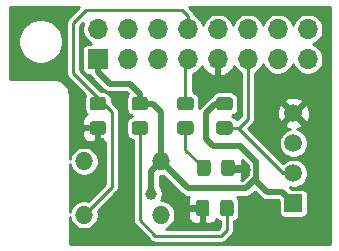
<source format=gbr>
%TF.GenerationSoftware,KiCad,Pcbnew,(5.1.6)-1*%
%TF.CreationDate,2021-03-15T13:43:59-03:00*%
%TF.ProjectId,rasp_hat,72617370-5f68-4617-942e-6b696361645f,Version 1*%
%TF.SameCoordinates,Original*%
%TF.FileFunction,Copper,L1,Top*%
%TF.FilePolarity,Positive*%
%FSLAX46Y46*%
G04 Gerber Fmt 4.6, Leading zero omitted, Abs format (unit mm)*
G04 Created by KiCad (PCBNEW (5.1.6)-1) date 2021-03-15 13:43:59*
%MOMM*%
%LPD*%
G01*
G04 APERTURE LIST*
%TA.AperFunction,ComponentPad*%
%ADD10O,1.700000X1.700000*%
%TD*%
%TA.AperFunction,ComponentPad*%
%ADD11R,1.700000X1.700000*%
%TD*%
%TA.AperFunction,ComponentPad*%
%ADD12O,1.524000X1.524000*%
%TD*%
%TA.AperFunction,ComponentPad*%
%ADD13R,1.500000X1.500000*%
%TD*%
%TA.AperFunction,ComponentPad*%
%ADD14C,1.500000*%
%TD*%
%TA.AperFunction,ViaPad*%
%ADD15C,1.000000*%
%TD*%
%TA.AperFunction,Conductor*%
%ADD16C,0.500000*%
%TD*%
%TA.AperFunction,Conductor*%
%ADD17C,0.250000*%
%TD*%
%TA.AperFunction,Conductor*%
%ADD18C,0.254000*%
%TD*%
G04 APERTURE END LIST*
D10*
%TO.P,J1,16*%
%TO.N,Net-(J1-Pad16)*%
X103632000Y-82550000D03*
%TO.P,J1,15*%
%TO.N,Net-(J1-Pad15)*%
X103632000Y-85090000D03*
%TO.P,J1,14*%
%TO.N,Net-(J1-Pad14)*%
X101092000Y-82550000D03*
%TO.P,J1,13*%
%TO.N,Net-(J1-Pad13)*%
X101092000Y-85090000D03*
%TO.P,J1,12*%
%TO.N,Net-(J1-Pad12)*%
X98552000Y-82550000D03*
%TO.P,J1,11*%
%TO.N,Net-(J1-Pad11)*%
X98552000Y-85090000D03*
%TO.P,J1,10*%
%TO.N,Net-(J1-Pad10)*%
X96012000Y-82550000D03*
%TO.P,J1,9*%
%TO.N,GND*%
X96012000Y-85090000D03*
%TO.P,J1,8*%
%TO.N,gpio14*%
X93472000Y-82550000D03*
%TO.P,J1,7*%
%TO.N,Net-(J1-Pad7)*%
X93472000Y-85090000D03*
%TO.P,J1,6*%
%TO.N,GND*%
X90932000Y-82550000D03*
%TO.P,J1,5*%
%TO.N,Net-(J1-Pad5)*%
X90932000Y-85090000D03*
%TO.P,J1,4*%
%TO.N,Net-(J1-Pad4)*%
X88392000Y-82550000D03*
%TO.P,J1,3*%
%TO.N,Net-(J1-Pad3)*%
X88392000Y-85090000D03*
%TO.P,J1,2*%
%TO.N,Net-(J1-Pad2)*%
X85852000Y-82550000D03*
D11*
%TO.P,J1,1*%
%TO.N,+3V3*%
X85852000Y-85090000D03*
%TD*%
%TO.P,D1,1*%
%TO.N,GND*%
%TA.AperFunction,SMDPad,CuDef*%
G36*
G01*
X97450600Y-93834799D02*
X97450600Y-94734801D01*
G75*
G02*
X97200601Y-94984800I-249999J0D01*
G01*
X96550599Y-94984800D01*
G75*
G02*
X96300600Y-94734801I0J249999D01*
G01*
X96300600Y-93834799D01*
G75*
G02*
X96550599Y-93584800I249999J0D01*
G01*
X97200601Y-93584800D01*
G75*
G02*
X97450600Y-93834799I0J-249999D01*
G01*
G37*
%TD.AperFunction*%
%TO.P,D1,2*%
%TO.N,Net-(D1-Pad2)*%
%TA.AperFunction,SMDPad,CuDef*%
G36*
G01*
X95400600Y-93834799D02*
X95400600Y-94734801D01*
G75*
G02*
X95150601Y-94984800I-249999J0D01*
G01*
X94500599Y-94984800D01*
G75*
G02*
X94250600Y-94734801I0J249999D01*
G01*
X94250600Y-93834799D01*
G75*
G02*
X94500599Y-93584800I249999J0D01*
G01*
X95150601Y-93584800D01*
G75*
G02*
X95400600Y-93834799I0J-249999D01*
G01*
G37*
%TD.AperFunction*%
%TD*%
%TO.P,D2,2*%
%TO.N,Net-(D2-Pad2)*%
%TA.AperFunction,SMDPad,CuDef*%
G36*
G01*
X96199000Y-98138401D02*
X96199000Y-97238399D01*
G75*
G02*
X96448999Y-96988400I249999J0D01*
G01*
X97099001Y-96988400D01*
G75*
G02*
X97349000Y-97238399I0J-249999D01*
G01*
X97349000Y-98138401D01*
G75*
G02*
X97099001Y-98388400I-249999J0D01*
G01*
X96448999Y-98388400D01*
G75*
G02*
X96199000Y-98138401I0J249999D01*
G01*
G37*
%TD.AperFunction*%
%TO.P,D2,1*%
%TO.N,GND*%
%TA.AperFunction,SMDPad,CuDef*%
G36*
G01*
X94149000Y-98138401D02*
X94149000Y-97238399D01*
G75*
G02*
X94398999Y-96988400I249999J0D01*
G01*
X95049001Y-96988400D01*
G75*
G02*
X95299000Y-97238399I0J-249999D01*
G01*
X95299000Y-98138401D01*
G75*
G02*
X95049001Y-98388400I-249999J0D01*
G01*
X94398999Y-98388400D01*
G75*
G02*
X94149000Y-98138401I0J249999D01*
G01*
G37*
%TD.AperFunction*%
%TD*%
%TO.P,R1,1*%
%TO.N,Net-(J1-Pad7)*%
%TA.AperFunction,SMDPad,CuDef*%
G36*
G01*
X92818799Y-88274200D02*
X93718801Y-88274200D01*
G75*
G02*
X93968800Y-88524199I0J-249999D01*
G01*
X93968800Y-89174201D01*
G75*
G02*
X93718801Y-89424200I-249999J0D01*
G01*
X92818799Y-89424200D01*
G75*
G02*
X92568800Y-89174201I0J249999D01*
G01*
X92568800Y-88524199D01*
G75*
G02*
X92818799Y-88274200I249999J0D01*
G01*
G37*
%TD.AperFunction*%
%TO.P,R1,2*%
%TO.N,Net-(D1-Pad2)*%
%TA.AperFunction,SMDPad,CuDef*%
G36*
G01*
X92818799Y-90324200D02*
X93718801Y-90324200D01*
G75*
G02*
X93968800Y-90574199I0J-249999D01*
G01*
X93968800Y-91224201D01*
G75*
G02*
X93718801Y-91474200I-249999J0D01*
G01*
X92818799Y-91474200D01*
G75*
G02*
X92568800Y-91224201I0J249999D01*
G01*
X92568800Y-90574199D01*
G75*
G02*
X92818799Y-90324200I249999J0D01*
G01*
G37*
%TD.AperFunction*%
%TD*%
%TO.P,R2,1*%
%TO.N,Net-(J1-Pad11)*%
%TA.AperFunction,SMDPad,CuDef*%
G36*
G01*
X97020801Y-91474200D02*
X96120799Y-91474200D01*
G75*
G02*
X95870800Y-91224201I0J249999D01*
G01*
X95870800Y-90574199D01*
G75*
G02*
X96120799Y-90324200I249999J0D01*
G01*
X97020801Y-90324200D01*
G75*
G02*
X97270800Y-90574199I0J-249999D01*
G01*
X97270800Y-91224201D01*
G75*
G02*
X97020801Y-91474200I-249999J0D01*
G01*
G37*
%TD.AperFunction*%
%TO.P,R2,2*%
%TO.N,+3V3*%
%TA.AperFunction,SMDPad,CuDef*%
G36*
G01*
X97020801Y-89424200D02*
X96120799Y-89424200D01*
G75*
G02*
X95870800Y-89174201I0J249999D01*
G01*
X95870800Y-88524199D01*
G75*
G02*
X96120799Y-88274200I249999J0D01*
G01*
X97020801Y-88274200D01*
G75*
G02*
X97270800Y-88524199I0J-249999D01*
G01*
X97270800Y-89174201D01*
G75*
G02*
X97020801Y-89424200I-249999J0D01*
G01*
G37*
%TD.AperFunction*%
%TD*%
%TO.P,R3,2*%
%TO.N,GND*%
%TA.AperFunction,SMDPad,CuDef*%
G36*
G01*
X85401999Y-90324200D02*
X86302001Y-90324200D01*
G75*
G02*
X86552000Y-90574199I0J-249999D01*
G01*
X86552000Y-91224201D01*
G75*
G02*
X86302001Y-91474200I-249999J0D01*
G01*
X85401999Y-91474200D01*
G75*
G02*
X85152000Y-91224201I0J249999D01*
G01*
X85152000Y-90574199D01*
G75*
G02*
X85401999Y-90324200I249999J0D01*
G01*
G37*
%TD.AperFunction*%
%TO.P,R3,1*%
%TO.N,gpio14*%
%TA.AperFunction,SMDPad,CuDef*%
G36*
G01*
X85401999Y-88274200D02*
X86302001Y-88274200D01*
G75*
G02*
X86552000Y-88524199I0J-249999D01*
G01*
X86552000Y-89174201D01*
G75*
G02*
X86302001Y-89424200I-249999J0D01*
G01*
X85401999Y-89424200D01*
G75*
G02*
X85152000Y-89174201I0J249999D01*
G01*
X85152000Y-88524199D01*
G75*
G02*
X85401999Y-88274200I249999J0D01*
G01*
G37*
%TD.AperFunction*%
%TD*%
%TO.P,R4,2*%
%TO.N,Net-(D2-Pad2)*%
%TA.AperFunction,SMDPad,CuDef*%
G36*
G01*
X88957999Y-90324200D02*
X89858001Y-90324200D01*
G75*
G02*
X90108000Y-90574199I0J-249999D01*
G01*
X90108000Y-91224201D01*
G75*
G02*
X89858001Y-91474200I-249999J0D01*
G01*
X88957999Y-91474200D01*
G75*
G02*
X88708000Y-91224201I0J249999D01*
G01*
X88708000Y-90574199D01*
G75*
G02*
X88957999Y-90324200I249999J0D01*
G01*
G37*
%TD.AperFunction*%
%TO.P,R4,1*%
%TO.N,+3V3*%
%TA.AperFunction,SMDPad,CuDef*%
G36*
G01*
X88957999Y-88274200D02*
X89858001Y-88274200D01*
G75*
G02*
X90108000Y-88524199I0J-249999D01*
G01*
X90108000Y-89174201D01*
G75*
G02*
X89858001Y-89424200I-249999J0D01*
G01*
X88957999Y-89424200D01*
G75*
G02*
X88708000Y-89174201I0J249999D01*
G01*
X88708000Y-88524199D01*
G75*
G02*
X88957999Y-88274200I249999J0D01*
G01*
G37*
%TD.AperFunction*%
%TD*%
D12*
%TO.P,SW1,1*%
%TO.N,+3V3*%
X84683600Y-93726000D03*
X91186000Y-93726000D03*
%TO.P,SW1,2*%
%TO.N,gpio14*%
X84683600Y-98247200D03*
X91186000Y-98247200D03*
%TD*%
D13*
%TO.P,U1,1*%
%TO.N,+3V3*%
X102412800Y-97282000D03*
D14*
%TO.P,U1,2*%
%TO.N,Net-(J1-Pad11)*%
X102412800Y-94742000D03*
%TO.P,U1,3*%
%TO.N,Net-(U1-Pad3)*%
X102412800Y-92202000D03*
%TO.P,U1,4*%
%TO.N,GND*%
X102412800Y-89662000D03*
%TD*%
D15*
%TO.N,GND*%
X86052010Y-92151200D03*
X92964000Y-97485200D03*
X98348800Y-94437200D03*
%TO.N,+3V3*%
X90383000Y-96469200D03*
%TD*%
D16*
%TO.N,GND*%
X85852000Y-90899200D02*
X85852000Y-91951190D01*
X85852000Y-91951190D02*
X86052010Y-92151200D01*
X94724000Y-97688400D02*
X93167200Y-97688400D01*
X93167200Y-97688400D02*
X92964000Y-97485200D01*
X97078800Y-94488000D02*
X96875600Y-94284800D01*
X98348800Y-94437200D02*
X98298000Y-94488000D01*
X98298000Y-94488000D02*
X97078800Y-94488000D01*
D17*
%TO.N,Net-(D1-Pad2)*%
X93268800Y-92728000D02*
X94825600Y-94284800D01*
X93268800Y-90899200D02*
X93268800Y-92728000D01*
%TO.N,Net-(D2-Pad2)*%
X96774000Y-99517200D02*
X96774000Y-97688400D01*
X96266000Y-100025200D02*
X96774000Y-99517200D01*
X96266000Y-100025200D02*
X90728800Y-100025200D01*
X89408000Y-98704400D02*
X89433400Y-98729800D01*
X90728800Y-100025200D02*
X89433400Y-98729800D01*
X89408000Y-90899200D02*
X89408000Y-98704400D01*
D16*
%TO.N,+3V3*%
X85852000Y-85090000D02*
X85852000Y-86156800D01*
X85852000Y-86156800D02*
X86868000Y-87172800D01*
X86868000Y-87172800D02*
X88595200Y-87172800D01*
X89408000Y-87985600D02*
X89408000Y-88849200D01*
X88595200Y-87172800D02*
X89408000Y-87985600D01*
X91186000Y-93726000D02*
X91186000Y-89509600D01*
X90525600Y-88849200D02*
X89408000Y-88849200D01*
X91186000Y-89509600D02*
X90525600Y-88849200D01*
X97993200Y-92506800D02*
X99263200Y-93776800D01*
X95808800Y-88849200D02*
X94996000Y-89662000D01*
X96570800Y-88849200D02*
X95808800Y-88849200D01*
X94996000Y-89662000D02*
X94996000Y-91846400D01*
X97942400Y-92456000D02*
X97993200Y-92506800D01*
X94996000Y-91846400D02*
X95605600Y-92456000D01*
X95605600Y-92456000D02*
X97942400Y-92456000D01*
X101447600Y-96316800D02*
X102412800Y-97282000D01*
X91186000Y-93726000D02*
X93472000Y-96012000D01*
X93472000Y-96012000D02*
X98402002Y-96012000D01*
X99164002Y-95250000D02*
X99263200Y-95250000D01*
X98402002Y-96012000D02*
X99164002Y-95250000D01*
X99263200Y-93726000D02*
X99263200Y-95250000D01*
X99263200Y-95402400D02*
X100177600Y-96316800D01*
X99263200Y-95250000D02*
X99263200Y-95402400D01*
X100177600Y-96316800D02*
X101447600Y-96316800D01*
X90383000Y-94529000D02*
X91186000Y-93726000D01*
X90383000Y-96469200D02*
X90383000Y-94529000D01*
D17*
%TO.N,Net-(J1-Pad7)*%
X93268800Y-85293200D02*
X93472000Y-85090000D01*
X93268800Y-88849200D02*
X93268800Y-85293200D01*
%TO.N,gpio14*%
X85852000Y-88849200D02*
X85852000Y-88341200D01*
X85852000Y-88341200D02*
X83769200Y-86258400D01*
X83769200Y-86258400D02*
X83769200Y-82042000D01*
X83769200Y-82042000D02*
X84886800Y-80924400D01*
X84886800Y-80924400D02*
X92964000Y-80924400D01*
X93472000Y-81432400D02*
X93472000Y-82550000D01*
X92964000Y-80924400D02*
X93472000Y-81432400D01*
X85852000Y-88849200D02*
X86360000Y-88849200D01*
X87027010Y-95903790D02*
X84683600Y-98247200D01*
X87027010Y-89516210D02*
X87027010Y-95903790D01*
X86360000Y-88849200D02*
X87027010Y-89516210D01*
%TO.N,Net-(J1-Pad11)*%
X96570800Y-90899200D02*
X97706400Y-90899200D01*
X101549200Y-94742000D02*
X102412800Y-94742000D01*
X97706400Y-90899200D02*
X101549200Y-94742000D01*
X97706400Y-90899200D02*
X97772000Y-90899200D01*
X98552000Y-90119200D02*
X98552000Y-85090000D01*
X97772000Y-90899200D02*
X98552000Y-90119200D01*
%TD*%
D18*
%TO.N,GND*%
G36*
X105512000Y-100686000D02*
G01*
X83464000Y-100686000D01*
X83464000Y-98466761D01*
X83492214Y-98608603D01*
X83585612Y-98834087D01*
X83721206Y-99037016D01*
X83893784Y-99209594D01*
X84096713Y-99345188D01*
X84322197Y-99438586D01*
X84561569Y-99486200D01*
X84805631Y-99486200D01*
X85045003Y-99438586D01*
X85270487Y-99345188D01*
X85473416Y-99209594D01*
X85645994Y-99037016D01*
X85781588Y-98834087D01*
X85874986Y-98608603D01*
X85922600Y-98369231D01*
X85922600Y-98125169D01*
X85878532Y-97903624D01*
X87431787Y-96350370D01*
X87454747Y-96331527D01*
X87473590Y-96308567D01*
X87473594Y-96308563D01*
X87529975Y-96239862D01*
X87529976Y-96239861D01*
X87585876Y-96135280D01*
X87620299Y-96021802D01*
X87629010Y-95933356D01*
X87629010Y-95933347D01*
X87631921Y-95903791D01*
X87629010Y-95874234D01*
X87629010Y-89545769D01*
X87631921Y-89516210D01*
X87629010Y-89486651D01*
X87629010Y-89486644D01*
X87620299Y-89398198D01*
X87610861Y-89367083D01*
X87585876Y-89284720D01*
X87529976Y-89180138D01*
X87473594Y-89111438D01*
X87454747Y-89088473D01*
X87431783Y-89069627D01*
X87031307Y-88669152D01*
X87031307Y-88524199D01*
X87017294Y-88381918D01*
X86975792Y-88245106D01*
X86908397Y-88119018D01*
X86817698Y-88008502D01*
X86707182Y-87917803D01*
X86581094Y-87850408D01*
X86444282Y-87808906D01*
X86302001Y-87794893D01*
X86157049Y-87794893D01*
X84371200Y-86009045D01*
X84371200Y-82291355D01*
X84629997Y-82032559D01*
X84575996Y-82162928D01*
X84525000Y-82419302D01*
X84525000Y-82680698D01*
X84575996Y-82937072D01*
X84676028Y-83178570D01*
X84821252Y-83395913D01*
X85006087Y-83580748D01*
X85223430Y-83725972D01*
X85307254Y-83760693D01*
X85002000Y-83760693D01*
X84908492Y-83769903D01*
X84818577Y-83797178D01*
X84735711Y-83841471D01*
X84663079Y-83901079D01*
X84603471Y-83973711D01*
X84559178Y-84056577D01*
X84531903Y-84146492D01*
X84522693Y-84240000D01*
X84522693Y-85940000D01*
X84531903Y-86033508D01*
X84559178Y-86123423D01*
X84603471Y-86206289D01*
X84663079Y-86278921D01*
X84735711Y-86338529D01*
X84818577Y-86382822D01*
X84908492Y-86410097D01*
X85002000Y-86419307D01*
X85171918Y-86419307D01*
X85177090Y-86436356D01*
X85207471Y-86493194D01*
X85244598Y-86562653D01*
X85335447Y-86673354D01*
X85363189Y-86696121D01*
X86328683Y-87661617D01*
X86351446Y-87689354D01*
X86462147Y-87780203D01*
X86524716Y-87813647D01*
X86588443Y-87847710D01*
X86725482Y-87889280D01*
X86868000Y-87903317D01*
X86903708Y-87899800D01*
X88294067Y-87899800D01*
X88424482Y-88030215D01*
X88351603Y-88119018D01*
X88284208Y-88245106D01*
X88242706Y-88381918D01*
X88228693Y-88524199D01*
X88228693Y-89174201D01*
X88242706Y-89316482D01*
X88284208Y-89453294D01*
X88351603Y-89579382D01*
X88442302Y-89689898D01*
X88552818Y-89780597D01*
X88678906Y-89847992D01*
X88765301Y-89874200D01*
X88678906Y-89900408D01*
X88552818Y-89967803D01*
X88442302Y-90058502D01*
X88351603Y-90169018D01*
X88284208Y-90295106D01*
X88242706Y-90431918D01*
X88228693Y-90574199D01*
X88228693Y-91224201D01*
X88242706Y-91366482D01*
X88284208Y-91503294D01*
X88351603Y-91629382D01*
X88442302Y-91739898D01*
X88552818Y-91830597D01*
X88678906Y-91897992D01*
X88806000Y-91936546D01*
X88806001Y-98674834D01*
X88803089Y-98704400D01*
X88814712Y-98822412D01*
X88849134Y-98935889D01*
X88849135Y-98935890D01*
X88905035Y-99040471D01*
X88980264Y-99132137D01*
X89003229Y-99150984D01*
X90282220Y-100429977D01*
X90301063Y-100452937D01*
X90324023Y-100471780D01*
X90324027Y-100471784D01*
X90360296Y-100501549D01*
X90392729Y-100528166D01*
X90497310Y-100584066D01*
X90610788Y-100618489D01*
X90699234Y-100627200D01*
X90699243Y-100627200D01*
X90728799Y-100630111D01*
X90758356Y-100627200D01*
X96236444Y-100627200D01*
X96266000Y-100630111D01*
X96295556Y-100627200D01*
X96295566Y-100627200D01*
X96384012Y-100618489D01*
X96497490Y-100584066D01*
X96602071Y-100528166D01*
X96693737Y-100452937D01*
X96712588Y-100429967D01*
X97178778Y-99963779D01*
X97201737Y-99944937D01*
X97220580Y-99921977D01*
X97220584Y-99921973D01*
X97276965Y-99853272D01*
X97276966Y-99853271D01*
X97332866Y-99748690D01*
X97367289Y-99635212D01*
X97376000Y-99546766D01*
X97376000Y-99546757D01*
X97378911Y-99517201D01*
X97376000Y-99487644D01*
X97376000Y-98812827D01*
X97378094Y-98812192D01*
X97504182Y-98744797D01*
X97614698Y-98654098D01*
X97705397Y-98543582D01*
X97772792Y-98417494D01*
X97814294Y-98280682D01*
X97828307Y-98138401D01*
X97828307Y-97238399D01*
X97814294Y-97096118D01*
X97772792Y-96959306D01*
X97705397Y-96833218D01*
X97628074Y-96739000D01*
X98366294Y-96739000D01*
X98402002Y-96742517D01*
X98544519Y-96728480D01*
X98563728Y-96722653D01*
X98681559Y-96686910D01*
X98807855Y-96619403D01*
X98918556Y-96528554D01*
X98941327Y-96500807D01*
X99137401Y-96304734D01*
X99638283Y-96805617D01*
X99661046Y-96833354D01*
X99771747Y-96924203D01*
X99898043Y-96991710D01*
X100035082Y-97033280D01*
X100177600Y-97047317D01*
X100213308Y-97043800D01*
X101146468Y-97043800D01*
X101183493Y-97080826D01*
X101183493Y-98032000D01*
X101192703Y-98125508D01*
X101219978Y-98215423D01*
X101264271Y-98298289D01*
X101323879Y-98370921D01*
X101396511Y-98430529D01*
X101479377Y-98474822D01*
X101569292Y-98502097D01*
X101662800Y-98511307D01*
X103162800Y-98511307D01*
X103256308Y-98502097D01*
X103346223Y-98474822D01*
X103429089Y-98430529D01*
X103501721Y-98370921D01*
X103561329Y-98298289D01*
X103605622Y-98215423D01*
X103632897Y-98125508D01*
X103642107Y-98032000D01*
X103642107Y-96532000D01*
X103632897Y-96438492D01*
X103605622Y-96348577D01*
X103561329Y-96265711D01*
X103501721Y-96193079D01*
X103429089Y-96133471D01*
X103346223Y-96089178D01*
X103256308Y-96061903D01*
X103162800Y-96052693D01*
X102211626Y-96052693D01*
X102087206Y-95928274D01*
X102291951Y-95969000D01*
X102533649Y-95969000D01*
X102770703Y-95921847D01*
X102994002Y-95829353D01*
X103194967Y-95695073D01*
X103365873Y-95524167D01*
X103500153Y-95323202D01*
X103592647Y-95099903D01*
X103639800Y-94862849D01*
X103639800Y-94621151D01*
X103592647Y-94384097D01*
X103500153Y-94160798D01*
X103365873Y-93959833D01*
X103194967Y-93788927D01*
X102994002Y-93654647D01*
X102770703Y-93562153D01*
X102533649Y-93515000D01*
X102291951Y-93515000D01*
X102054897Y-93562153D01*
X101831598Y-93654647D01*
X101630633Y-93788927D01*
X101539058Y-93880502D01*
X99739707Y-92081151D01*
X101185800Y-92081151D01*
X101185800Y-92322849D01*
X101232953Y-92559903D01*
X101325447Y-92783202D01*
X101459727Y-92984167D01*
X101630633Y-93155073D01*
X101831598Y-93289353D01*
X102054897Y-93381847D01*
X102291951Y-93429000D01*
X102533649Y-93429000D01*
X102770703Y-93381847D01*
X102994002Y-93289353D01*
X103194967Y-93155073D01*
X103365873Y-92984167D01*
X103500153Y-92783202D01*
X103592647Y-92559903D01*
X103639800Y-92322849D01*
X103639800Y-92081151D01*
X103592647Y-91844097D01*
X103500153Y-91620798D01*
X103365873Y-91419833D01*
X103194967Y-91248927D01*
X102994002Y-91114647D01*
X102770703Y-91022153D01*
X102731997Y-91014454D01*
X102755038Y-91010965D01*
X103011632Y-90918277D01*
X103124663Y-90857860D01*
X103190188Y-90618993D01*
X102412800Y-89841605D01*
X101635412Y-90618993D01*
X101700937Y-90857860D01*
X101947916Y-90973760D01*
X102104067Y-91012373D01*
X102054897Y-91022153D01*
X101831598Y-91114647D01*
X101630633Y-91248927D01*
X101459727Y-91419833D01*
X101325447Y-91620798D01*
X101232953Y-91844097D01*
X101185800Y-92081151D01*
X99739707Y-92081151D01*
X98590555Y-90932000D01*
X98956773Y-90565783D01*
X98979737Y-90546937D01*
X99022830Y-90494429D01*
X99054966Y-90455272D01*
X99110866Y-90350690D01*
X99145289Y-90237213D01*
X99148982Y-90199718D01*
X99154000Y-90148766D01*
X99154000Y-90148759D01*
X99156911Y-90119200D01*
X99154000Y-90089641D01*
X99154000Y-89734492D01*
X101022988Y-89734492D01*
X101063835Y-90004238D01*
X101156523Y-90260832D01*
X101216940Y-90373863D01*
X101455807Y-90439388D01*
X102233195Y-89662000D01*
X102592405Y-89662000D01*
X103369793Y-90439388D01*
X103608660Y-90373863D01*
X103724560Y-90126884D01*
X103790050Y-89862040D01*
X103802612Y-89589508D01*
X103761765Y-89319762D01*
X103669077Y-89063168D01*
X103608660Y-88950137D01*
X103369793Y-88884612D01*
X102592405Y-89662000D01*
X102233195Y-89662000D01*
X101455807Y-88884612D01*
X101216940Y-88950137D01*
X101101040Y-89197116D01*
X101035550Y-89461960D01*
X101022988Y-89734492D01*
X99154000Y-89734492D01*
X99154000Y-88705007D01*
X101635412Y-88705007D01*
X102412800Y-89482395D01*
X103190188Y-88705007D01*
X103124663Y-88466140D01*
X102877684Y-88350240D01*
X102612840Y-88284750D01*
X102340308Y-88272188D01*
X102070562Y-88313035D01*
X101813968Y-88405723D01*
X101700937Y-88466140D01*
X101635412Y-88705007D01*
X99154000Y-88705007D01*
X99154000Y-86276978D01*
X99180570Y-86265972D01*
X99397913Y-86120748D01*
X99582748Y-85935913D01*
X99727972Y-85718570D01*
X99822000Y-85491567D01*
X99916028Y-85718570D01*
X100061252Y-85935913D01*
X100246087Y-86120748D01*
X100463430Y-86265972D01*
X100704928Y-86366004D01*
X100961302Y-86417000D01*
X101222698Y-86417000D01*
X101479072Y-86366004D01*
X101720570Y-86265972D01*
X101937913Y-86120748D01*
X102122748Y-85935913D01*
X102267972Y-85718570D01*
X102362000Y-85491567D01*
X102456028Y-85718570D01*
X102601252Y-85935913D01*
X102786087Y-86120748D01*
X103003430Y-86265972D01*
X103244928Y-86366004D01*
X103501302Y-86417000D01*
X103762698Y-86417000D01*
X104019072Y-86366004D01*
X104260570Y-86265972D01*
X104477913Y-86120748D01*
X104662748Y-85935913D01*
X104807972Y-85718570D01*
X104908004Y-85477072D01*
X104959000Y-85220698D01*
X104959000Y-84959302D01*
X104908004Y-84702928D01*
X104807972Y-84461430D01*
X104662748Y-84244087D01*
X104477913Y-84059252D01*
X104260570Y-83914028D01*
X104033567Y-83820000D01*
X104260570Y-83725972D01*
X104477913Y-83580748D01*
X104662748Y-83395913D01*
X104807972Y-83178570D01*
X104908004Y-82937072D01*
X104959000Y-82680698D01*
X104959000Y-82419302D01*
X104908004Y-82162928D01*
X104807972Y-81921430D01*
X104662748Y-81704087D01*
X104477913Y-81519252D01*
X104260570Y-81374028D01*
X104019072Y-81273996D01*
X103762698Y-81223000D01*
X103501302Y-81223000D01*
X103244928Y-81273996D01*
X103003430Y-81374028D01*
X102786087Y-81519252D01*
X102601252Y-81704087D01*
X102456028Y-81921430D01*
X102362000Y-82148433D01*
X102267972Y-81921430D01*
X102122748Y-81704087D01*
X101937913Y-81519252D01*
X101720570Y-81374028D01*
X101479072Y-81273996D01*
X101222698Y-81223000D01*
X100961302Y-81223000D01*
X100704928Y-81273996D01*
X100463430Y-81374028D01*
X100246087Y-81519252D01*
X100061252Y-81704087D01*
X99916028Y-81921430D01*
X99822000Y-82148433D01*
X99727972Y-81921430D01*
X99582748Y-81704087D01*
X99397913Y-81519252D01*
X99180570Y-81374028D01*
X98939072Y-81273996D01*
X98682698Y-81223000D01*
X98421302Y-81223000D01*
X98164928Y-81273996D01*
X97923430Y-81374028D01*
X97706087Y-81519252D01*
X97521252Y-81704087D01*
X97376028Y-81921430D01*
X97282000Y-82148433D01*
X97187972Y-81921430D01*
X97042748Y-81704087D01*
X96857913Y-81519252D01*
X96640570Y-81374028D01*
X96399072Y-81273996D01*
X96142698Y-81223000D01*
X95881302Y-81223000D01*
X95624928Y-81273996D01*
X95383430Y-81374028D01*
X95166087Y-81519252D01*
X94981252Y-81704087D01*
X94836028Y-81921430D01*
X94742000Y-82148433D01*
X94647972Y-81921430D01*
X94502748Y-81704087D01*
X94317913Y-81519252D01*
X94100570Y-81374028D01*
X94069912Y-81361329D01*
X94065289Y-81314388D01*
X94030866Y-81200910D01*
X93974966Y-81096329D01*
X93959189Y-81077105D01*
X93918584Y-81027627D01*
X93918580Y-81027623D01*
X93899737Y-81004663D01*
X93876778Y-80985821D01*
X93560956Y-80670000D01*
X105512001Y-80670000D01*
X105512000Y-100686000D01*
G37*
X105512000Y-100686000D02*
X83464000Y-100686000D01*
X83464000Y-98466761D01*
X83492214Y-98608603D01*
X83585612Y-98834087D01*
X83721206Y-99037016D01*
X83893784Y-99209594D01*
X84096713Y-99345188D01*
X84322197Y-99438586D01*
X84561569Y-99486200D01*
X84805631Y-99486200D01*
X85045003Y-99438586D01*
X85270487Y-99345188D01*
X85473416Y-99209594D01*
X85645994Y-99037016D01*
X85781588Y-98834087D01*
X85874986Y-98608603D01*
X85922600Y-98369231D01*
X85922600Y-98125169D01*
X85878532Y-97903624D01*
X87431787Y-96350370D01*
X87454747Y-96331527D01*
X87473590Y-96308567D01*
X87473594Y-96308563D01*
X87529975Y-96239862D01*
X87529976Y-96239861D01*
X87585876Y-96135280D01*
X87620299Y-96021802D01*
X87629010Y-95933356D01*
X87629010Y-95933347D01*
X87631921Y-95903791D01*
X87629010Y-95874234D01*
X87629010Y-89545769D01*
X87631921Y-89516210D01*
X87629010Y-89486651D01*
X87629010Y-89486644D01*
X87620299Y-89398198D01*
X87610861Y-89367083D01*
X87585876Y-89284720D01*
X87529976Y-89180138D01*
X87473594Y-89111438D01*
X87454747Y-89088473D01*
X87431783Y-89069627D01*
X87031307Y-88669152D01*
X87031307Y-88524199D01*
X87017294Y-88381918D01*
X86975792Y-88245106D01*
X86908397Y-88119018D01*
X86817698Y-88008502D01*
X86707182Y-87917803D01*
X86581094Y-87850408D01*
X86444282Y-87808906D01*
X86302001Y-87794893D01*
X86157049Y-87794893D01*
X84371200Y-86009045D01*
X84371200Y-82291355D01*
X84629997Y-82032559D01*
X84575996Y-82162928D01*
X84525000Y-82419302D01*
X84525000Y-82680698D01*
X84575996Y-82937072D01*
X84676028Y-83178570D01*
X84821252Y-83395913D01*
X85006087Y-83580748D01*
X85223430Y-83725972D01*
X85307254Y-83760693D01*
X85002000Y-83760693D01*
X84908492Y-83769903D01*
X84818577Y-83797178D01*
X84735711Y-83841471D01*
X84663079Y-83901079D01*
X84603471Y-83973711D01*
X84559178Y-84056577D01*
X84531903Y-84146492D01*
X84522693Y-84240000D01*
X84522693Y-85940000D01*
X84531903Y-86033508D01*
X84559178Y-86123423D01*
X84603471Y-86206289D01*
X84663079Y-86278921D01*
X84735711Y-86338529D01*
X84818577Y-86382822D01*
X84908492Y-86410097D01*
X85002000Y-86419307D01*
X85171918Y-86419307D01*
X85177090Y-86436356D01*
X85207471Y-86493194D01*
X85244598Y-86562653D01*
X85335447Y-86673354D01*
X85363189Y-86696121D01*
X86328683Y-87661617D01*
X86351446Y-87689354D01*
X86462147Y-87780203D01*
X86524716Y-87813647D01*
X86588443Y-87847710D01*
X86725482Y-87889280D01*
X86868000Y-87903317D01*
X86903708Y-87899800D01*
X88294067Y-87899800D01*
X88424482Y-88030215D01*
X88351603Y-88119018D01*
X88284208Y-88245106D01*
X88242706Y-88381918D01*
X88228693Y-88524199D01*
X88228693Y-89174201D01*
X88242706Y-89316482D01*
X88284208Y-89453294D01*
X88351603Y-89579382D01*
X88442302Y-89689898D01*
X88552818Y-89780597D01*
X88678906Y-89847992D01*
X88765301Y-89874200D01*
X88678906Y-89900408D01*
X88552818Y-89967803D01*
X88442302Y-90058502D01*
X88351603Y-90169018D01*
X88284208Y-90295106D01*
X88242706Y-90431918D01*
X88228693Y-90574199D01*
X88228693Y-91224201D01*
X88242706Y-91366482D01*
X88284208Y-91503294D01*
X88351603Y-91629382D01*
X88442302Y-91739898D01*
X88552818Y-91830597D01*
X88678906Y-91897992D01*
X88806000Y-91936546D01*
X88806001Y-98674834D01*
X88803089Y-98704400D01*
X88814712Y-98822412D01*
X88849134Y-98935889D01*
X88849135Y-98935890D01*
X88905035Y-99040471D01*
X88980264Y-99132137D01*
X89003229Y-99150984D01*
X90282220Y-100429977D01*
X90301063Y-100452937D01*
X90324023Y-100471780D01*
X90324027Y-100471784D01*
X90360296Y-100501549D01*
X90392729Y-100528166D01*
X90497310Y-100584066D01*
X90610788Y-100618489D01*
X90699234Y-100627200D01*
X90699243Y-100627200D01*
X90728799Y-100630111D01*
X90758356Y-100627200D01*
X96236444Y-100627200D01*
X96266000Y-100630111D01*
X96295556Y-100627200D01*
X96295566Y-100627200D01*
X96384012Y-100618489D01*
X96497490Y-100584066D01*
X96602071Y-100528166D01*
X96693737Y-100452937D01*
X96712588Y-100429967D01*
X97178778Y-99963779D01*
X97201737Y-99944937D01*
X97220580Y-99921977D01*
X97220584Y-99921973D01*
X97276965Y-99853272D01*
X97276966Y-99853271D01*
X97332866Y-99748690D01*
X97367289Y-99635212D01*
X97376000Y-99546766D01*
X97376000Y-99546757D01*
X97378911Y-99517201D01*
X97376000Y-99487644D01*
X97376000Y-98812827D01*
X97378094Y-98812192D01*
X97504182Y-98744797D01*
X97614698Y-98654098D01*
X97705397Y-98543582D01*
X97772792Y-98417494D01*
X97814294Y-98280682D01*
X97828307Y-98138401D01*
X97828307Y-97238399D01*
X97814294Y-97096118D01*
X97772792Y-96959306D01*
X97705397Y-96833218D01*
X97628074Y-96739000D01*
X98366294Y-96739000D01*
X98402002Y-96742517D01*
X98544519Y-96728480D01*
X98563728Y-96722653D01*
X98681559Y-96686910D01*
X98807855Y-96619403D01*
X98918556Y-96528554D01*
X98941327Y-96500807D01*
X99137401Y-96304734D01*
X99638283Y-96805617D01*
X99661046Y-96833354D01*
X99771747Y-96924203D01*
X99898043Y-96991710D01*
X100035082Y-97033280D01*
X100177600Y-97047317D01*
X100213308Y-97043800D01*
X101146468Y-97043800D01*
X101183493Y-97080826D01*
X101183493Y-98032000D01*
X101192703Y-98125508D01*
X101219978Y-98215423D01*
X101264271Y-98298289D01*
X101323879Y-98370921D01*
X101396511Y-98430529D01*
X101479377Y-98474822D01*
X101569292Y-98502097D01*
X101662800Y-98511307D01*
X103162800Y-98511307D01*
X103256308Y-98502097D01*
X103346223Y-98474822D01*
X103429089Y-98430529D01*
X103501721Y-98370921D01*
X103561329Y-98298289D01*
X103605622Y-98215423D01*
X103632897Y-98125508D01*
X103642107Y-98032000D01*
X103642107Y-96532000D01*
X103632897Y-96438492D01*
X103605622Y-96348577D01*
X103561329Y-96265711D01*
X103501721Y-96193079D01*
X103429089Y-96133471D01*
X103346223Y-96089178D01*
X103256308Y-96061903D01*
X103162800Y-96052693D01*
X102211626Y-96052693D01*
X102087206Y-95928274D01*
X102291951Y-95969000D01*
X102533649Y-95969000D01*
X102770703Y-95921847D01*
X102994002Y-95829353D01*
X103194967Y-95695073D01*
X103365873Y-95524167D01*
X103500153Y-95323202D01*
X103592647Y-95099903D01*
X103639800Y-94862849D01*
X103639800Y-94621151D01*
X103592647Y-94384097D01*
X103500153Y-94160798D01*
X103365873Y-93959833D01*
X103194967Y-93788927D01*
X102994002Y-93654647D01*
X102770703Y-93562153D01*
X102533649Y-93515000D01*
X102291951Y-93515000D01*
X102054897Y-93562153D01*
X101831598Y-93654647D01*
X101630633Y-93788927D01*
X101539058Y-93880502D01*
X99739707Y-92081151D01*
X101185800Y-92081151D01*
X101185800Y-92322849D01*
X101232953Y-92559903D01*
X101325447Y-92783202D01*
X101459727Y-92984167D01*
X101630633Y-93155073D01*
X101831598Y-93289353D01*
X102054897Y-93381847D01*
X102291951Y-93429000D01*
X102533649Y-93429000D01*
X102770703Y-93381847D01*
X102994002Y-93289353D01*
X103194967Y-93155073D01*
X103365873Y-92984167D01*
X103500153Y-92783202D01*
X103592647Y-92559903D01*
X103639800Y-92322849D01*
X103639800Y-92081151D01*
X103592647Y-91844097D01*
X103500153Y-91620798D01*
X103365873Y-91419833D01*
X103194967Y-91248927D01*
X102994002Y-91114647D01*
X102770703Y-91022153D01*
X102731997Y-91014454D01*
X102755038Y-91010965D01*
X103011632Y-90918277D01*
X103124663Y-90857860D01*
X103190188Y-90618993D01*
X102412800Y-89841605D01*
X101635412Y-90618993D01*
X101700937Y-90857860D01*
X101947916Y-90973760D01*
X102104067Y-91012373D01*
X102054897Y-91022153D01*
X101831598Y-91114647D01*
X101630633Y-91248927D01*
X101459727Y-91419833D01*
X101325447Y-91620798D01*
X101232953Y-91844097D01*
X101185800Y-92081151D01*
X99739707Y-92081151D01*
X98590555Y-90932000D01*
X98956773Y-90565783D01*
X98979737Y-90546937D01*
X99022830Y-90494429D01*
X99054966Y-90455272D01*
X99110866Y-90350690D01*
X99145289Y-90237213D01*
X99148982Y-90199718D01*
X99154000Y-90148766D01*
X99154000Y-90148759D01*
X99156911Y-90119200D01*
X99154000Y-90089641D01*
X99154000Y-89734492D01*
X101022988Y-89734492D01*
X101063835Y-90004238D01*
X101156523Y-90260832D01*
X101216940Y-90373863D01*
X101455807Y-90439388D01*
X102233195Y-89662000D01*
X102592405Y-89662000D01*
X103369793Y-90439388D01*
X103608660Y-90373863D01*
X103724560Y-90126884D01*
X103790050Y-89862040D01*
X103802612Y-89589508D01*
X103761765Y-89319762D01*
X103669077Y-89063168D01*
X103608660Y-88950137D01*
X103369793Y-88884612D01*
X102592405Y-89662000D01*
X102233195Y-89662000D01*
X101455807Y-88884612D01*
X101216940Y-88950137D01*
X101101040Y-89197116D01*
X101035550Y-89461960D01*
X101022988Y-89734492D01*
X99154000Y-89734492D01*
X99154000Y-88705007D01*
X101635412Y-88705007D01*
X102412800Y-89482395D01*
X103190188Y-88705007D01*
X103124663Y-88466140D01*
X102877684Y-88350240D01*
X102612840Y-88284750D01*
X102340308Y-88272188D01*
X102070562Y-88313035D01*
X101813968Y-88405723D01*
X101700937Y-88466140D01*
X101635412Y-88705007D01*
X99154000Y-88705007D01*
X99154000Y-86276978D01*
X99180570Y-86265972D01*
X99397913Y-86120748D01*
X99582748Y-85935913D01*
X99727972Y-85718570D01*
X99822000Y-85491567D01*
X99916028Y-85718570D01*
X100061252Y-85935913D01*
X100246087Y-86120748D01*
X100463430Y-86265972D01*
X100704928Y-86366004D01*
X100961302Y-86417000D01*
X101222698Y-86417000D01*
X101479072Y-86366004D01*
X101720570Y-86265972D01*
X101937913Y-86120748D01*
X102122748Y-85935913D01*
X102267972Y-85718570D01*
X102362000Y-85491567D01*
X102456028Y-85718570D01*
X102601252Y-85935913D01*
X102786087Y-86120748D01*
X103003430Y-86265972D01*
X103244928Y-86366004D01*
X103501302Y-86417000D01*
X103762698Y-86417000D01*
X104019072Y-86366004D01*
X104260570Y-86265972D01*
X104477913Y-86120748D01*
X104662748Y-85935913D01*
X104807972Y-85718570D01*
X104908004Y-85477072D01*
X104959000Y-85220698D01*
X104959000Y-84959302D01*
X104908004Y-84702928D01*
X104807972Y-84461430D01*
X104662748Y-84244087D01*
X104477913Y-84059252D01*
X104260570Y-83914028D01*
X104033567Y-83820000D01*
X104260570Y-83725972D01*
X104477913Y-83580748D01*
X104662748Y-83395913D01*
X104807972Y-83178570D01*
X104908004Y-82937072D01*
X104959000Y-82680698D01*
X104959000Y-82419302D01*
X104908004Y-82162928D01*
X104807972Y-81921430D01*
X104662748Y-81704087D01*
X104477913Y-81519252D01*
X104260570Y-81374028D01*
X104019072Y-81273996D01*
X103762698Y-81223000D01*
X103501302Y-81223000D01*
X103244928Y-81273996D01*
X103003430Y-81374028D01*
X102786087Y-81519252D01*
X102601252Y-81704087D01*
X102456028Y-81921430D01*
X102362000Y-82148433D01*
X102267972Y-81921430D01*
X102122748Y-81704087D01*
X101937913Y-81519252D01*
X101720570Y-81374028D01*
X101479072Y-81273996D01*
X101222698Y-81223000D01*
X100961302Y-81223000D01*
X100704928Y-81273996D01*
X100463430Y-81374028D01*
X100246087Y-81519252D01*
X100061252Y-81704087D01*
X99916028Y-81921430D01*
X99822000Y-82148433D01*
X99727972Y-81921430D01*
X99582748Y-81704087D01*
X99397913Y-81519252D01*
X99180570Y-81374028D01*
X98939072Y-81273996D01*
X98682698Y-81223000D01*
X98421302Y-81223000D01*
X98164928Y-81273996D01*
X97923430Y-81374028D01*
X97706087Y-81519252D01*
X97521252Y-81704087D01*
X97376028Y-81921430D01*
X97282000Y-82148433D01*
X97187972Y-81921430D01*
X97042748Y-81704087D01*
X96857913Y-81519252D01*
X96640570Y-81374028D01*
X96399072Y-81273996D01*
X96142698Y-81223000D01*
X95881302Y-81223000D01*
X95624928Y-81273996D01*
X95383430Y-81374028D01*
X95166087Y-81519252D01*
X94981252Y-81704087D01*
X94836028Y-81921430D01*
X94742000Y-82148433D01*
X94647972Y-81921430D01*
X94502748Y-81704087D01*
X94317913Y-81519252D01*
X94100570Y-81374028D01*
X94069912Y-81361329D01*
X94065289Y-81314388D01*
X94030866Y-81200910D01*
X93974966Y-81096329D01*
X93959189Y-81077105D01*
X93918584Y-81027627D01*
X93918580Y-81027623D01*
X93899737Y-81004663D01*
X93876778Y-80985821D01*
X93560956Y-80670000D01*
X105512001Y-80670000D01*
X105512000Y-100686000D01*
G36*
X92932679Y-96500812D02*
G01*
X92955446Y-96528554D01*
X93066147Y-96619403D01*
X93192443Y-96686910D01*
X93297587Y-96718805D01*
X93329482Y-96728480D01*
X93471999Y-96742517D01*
X93507707Y-96739000D01*
X93562288Y-96739000D01*
X93559498Y-96744220D01*
X93523188Y-96863918D01*
X93510928Y-96988400D01*
X93514000Y-97402650D01*
X93672750Y-97561400D01*
X94597000Y-97561400D01*
X94597000Y-97541400D01*
X94851000Y-97541400D01*
X94851000Y-97561400D01*
X94871000Y-97561400D01*
X94871000Y-97815400D01*
X94851000Y-97815400D01*
X94851000Y-98864650D01*
X95009750Y-99023400D01*
X95299000Y-99026472D01*
X95423482Y-99014212D01*
X95543180Y-98977902D01*
X95653494Y-98918937D01*
X95750185Y-98839585D01*
X95829537Y-98742894D01*
X95888502Y-98632580D01*
X95895826Y-98608434D01*
X95933302Y-98654098D01*
X96043818Y-98744797D01*
X96169906Y-98812192D01*
X96172000Y-98812827D01*
X96172000Y-99267844D01*
X96016644Y-99423200D01*
X91584548Y-99423200D01*
X91772887Y-99345188D01*
X91975816Y-99209594D01*
X92148394Y-99037016D01*
X92283988Y-98834087D01*
X92377386Y-98608603D01*
X92421187Y-98388400D01*
X93510928Y-98388400D01*
X93523188Y-98512882D01*
X93559498Y-98632580D01*
X93618463Y-98742894D01*
X93697815Y-98839585D01*
X93794506Y-98918937D01*
X93904820Y-98977902D01*
X94024518Y-99014212D01*
X94149000Y-99026472D01*
X94438250Y-99023400D01*
X94597000Y-98864650D01*
X94597000Y-97815400D01*
X93672750Y-97815400D01*
X93514000Y-97974150D01*
X93510928Y-98388400D01*
X92421187Y-98388400D01*
X92425000Y-98369231D01*
X92425000Y-98125169D01*
X92377386Y-97885797D01*
X92283988Y-97660313D01*
X92148394Y-97457384D01*
X91975816Y-97284806D01*
X91772887Y-97149212D01*
X91547403Y-97055814D01*
X91308031Y-97008200D01*
X91197879Y-97008200D01*
X91248806Y-96931983D01*
X91322454Y-96754180D01*
X91360000Y-96565426D01*
X91360000Y-96372974D01*
X91322454Y-96184220D01*
X91248806Y-96006417D01*
X91141885Y-95846399D01*
X91110000Y-95814514D01*
X91110000Y-94965000D01*
X91308031Y-94965000D01*
X91382129Y-94950261D01*
X92932679Y-96500812D01*
G37*
X92932679Y-96500812D02*
X92955446Y-96528554D01*
X93066147Y-96619403D01*
X93192443Y-96686910D01*
X93297587Y-96718805D01*
X93329482Y-96728480D01*
X93471999Y-96742517D01*
X93507707Y-96739000D01*
X93562288Y-96739000D01*
X93559498Y-96744220D01*
X93523188Y-96863918D01*
X93510928Y-96988400D01*
X93514000Y-97402650D01*
X93672750Y-97561400D01*
X94597000Y-97561400D01*
X94597000Y-97541400D01*
X94851000Y-97541400D01*
X94851000Y-97561400D01*
X94871000Y-97561400D01*
X94871000Y-97815400D01*
X94851000Y-97815400D01*
X94851000Y-98864650D01*
X95009750Y-99023400D01*
X95299000Y-99026472D01*
X95423482Y-99014212D01*
X95543180Y-98977902D01*
X95653494Y-98918937D01*
X95750185Y-98839585D01*
X95829537Y-98742894D01*
X95888502Y-98632580D01*
X95895826Y-98608434D01*
X95933302Y-98654098D01*
X96043818Y-98744797D01*
X96169906Y-98812192D01*
X96172000Y-98812827D01*
X96172000Y-99267844D01*
X96016644Y-99423200D01*
X91584548Y-99423200D01*
X91772887Y-99345188D01*
X91975816Y-99209594D01*
X92148394Y-99037016D01*
X92283988Y-98834087D01*
X92377386Y-98608603D01*
X92421187Y-98388400D01*
X93510928Y-98388400D01*
X93523188Y-98512882D01*
X93559498Y-98632580D01*
X93618463Y-98742894D01*
X93697815Y-98839585D01*
X93794506Y-98918937D01*
X93904820Y-98977902D01*
X94024518Y-99014212D01*
X94149000Y-99026472D01*
X94438250Y-99023400D01*
X94597000Y-98864650D01*
X94597000Y-97815400D01*
X93672750Y-97815400D01*
X93514000Y-97974150D01*
X93510928Y-98388400D01*
X92421187Y-98388400D01*
X92425000Y-98369231D01*
X92425000Y-98125169D01*
X92377386Y-97885797D01*
X92283988Y-97660313D01*
X92148394Y-97457384D01*
X91975816Y-97284806D01*
X91772887Y-97149212D01*
X91547403Y-97055814D01*
X91308031Y-97008200D01*
X91197879Y-97008200D01*
X91248806Y-96931983D01*
X91322454Y-96754180D01*
X91360000Y-96565426D01*
X91360000Y-96372974D01*
X91322454Y-96184220D01*
X91248806Y-96006417D01*
X91141885Y-95846399D01*
X91110000Y-95814514D01*
X91110000Y-94965000D01*
X91308031Y-94965000D01*
X91382129Y-94950261D01*
X92932679Y-96500812D01*
G36*
X83364429Y-81595416D02*
G01*
X83341464Y-81614263D01*
X83322617Y-81637228D01*
X83322616Y-81637229D01*
X83266235Y-81705929D01*
X83210334Y-81810511D01*
X83175912Y-81923988D01*
X83164289Y-82042000D01*
X83167201Y-82071566D01*
X83167200Y-86228844D01*
X83164289Y-86258400D01*
X83167200Y-86287956D01*
X83167200Y-86287965D01*
X83175911Y-86376411D01*
X83210334Y-86489889D01*
X83266234Y-86594470D01*
X83341463Y-86686137D01*
X83364434Y-86704989D01*
X84789632Y-88130188D01*
X84728208Y-88245106D01*
X84686706Y-88381918D01*
X84672693Y-88524199D01*
X84672693Y-89174201D01*
X84686706Y-89316482D01*
X84728208Y-89453294D01*
X84795603Y-89579382D01*
X84886302Y-89689898D01*
X84931966Y-89727374D01*
X84907820Y-89734698D01*
X84797506Y-89793663D01*
X84700815Y-89873015D01*
X84621463Y-89969706D01*
X84562498Y-90080020D01*
X84526188Y-90199718D01*
X84513928Y-90324200D01*
X84517000Y-90613450D01*
X84675750Y-90772200D01*
X85725000Y-90772200D01*
X85725000Y-90752200D01*
X85979000Y-90752200D01*
X85979000Y-90772200D01*
X85999000Y-90772200D01*
X85999000Y-91026200D01*
X85979000Y-91026200D01*
X85979000Y-91950450D01*
X86137750Y-92109200D01*
X86425010Y-92111330D01*
X86425011Y-95654432D01*
X85027176Y-97052268D01*
X84805631Y-97008200D01*
X84561569Y-97008200D01*
X84322197Y-97055814D01*
X84096713Y-97149212D01*
X83893784Y-97284806D01*
X83721206Y-97457384D01*
X83585612Y-97660313D01*
X83492214Y-97885797D01*
X83464000Y-98027639D01*
X83464000Y-93945561D01*
X83492214Y-94087403D01*
X83585612Y-94312887D01*
X83721206Y-94515816D01*
X83893784Y-94688394D01*
X84096713Y-94823988D01*
X84322197Y-94917386D01*
X84561569Y-94965000D01*
X84805631Y-94965000D01*
X85045003Y-94917386D01*
X85270487Y-94823988D01*
X85473416Y-94688394D01*
X85645994Y-94515816D01*
X85781588Y-94312887D01*
X85874986Y-94087403D01*
X85922600Y-93848031D01*
X85922600Y-93603969D01*
X85874986Y-93364597D01*
X85781588Y-93139113D01*
X85645994Y-92936184D01*
X85473416Y-92763606D01*
X85270487Y-92628012D01*
X85045003Y-92534614D01*
X84805631Y-92487000D01*
X84561569Y-92487000D01*
X84322197Y-92534614D01*
X84096713Y-92628012D01*
X83893784Y-92763606D01*
X83721206Y-92936184D01*
X83585612Y-93139113D01*
X83492214Y-93364597D01*
X83464000Y-93506439D01*
X83464000Y-91474200D01*
X84513928Y-91474200D01*
X84526188Y-91598682D01*
X84562498Y-91718380D01*
X84621463Y-91828694D01*
X84700815Y-91925385D01*
X84797506Y-92004737D01*
X84907820Y-92063702D01*
X85027518Y-92100012D01*
X85152000Y-92112272D01*
X85566250Y-92109200D01*
X85725000Y-91950450D01*
X85725000Y-91026200D01*
X84675750Y-91026200D01*
X84517000Y-91184950D01*
X84513928Y-91474200D01*
X83464000Y-91474200D01*
X83464000Y-88118059D01*
X83462260Y-88100394D01*
X83462304Y-88094110D01*
X83461751Y-88088468D01*
X83441024Y-87891266D01*
X83439000Y-87881405D01*
X83439000Y-87680800D01*
X83436560Y-87656024D01*
X83429333Y-87632199D01*
X83417597Y-87610243D01*
X83398654Y-87587956D01*
X83311807Y-87506899D01*
X83241439Y-87376756D01*
X83220844Y-87346223D01*
X83200713Y-87315460D01*
X83197131Y-87311066D01*
X83070736Y-87158282D01*
X83044620Y-87132348D01*
X83018880Y-87106063D01*
X83014518Y-87102454D01*
X83014512Y-87102448D01*
X83014505Y-87102444D01*
X82860850Y-86977125D01*
X82830185Y-86956751D01*
X82799838Y-86935972D01*
X82794852Y-86933275D01*
X82619774Y-86840185D01*
X82585720Y-86826148D01*
X82551929Y-86811666D01*
X82546525Y-86809993D01*
X82546516Y-86809989D01*
X82546507Y-86809987D01*
X82356687Y-86752678D01*
X82320553Y-86745523D01*
X82284599Y-86737881D01*
X82278968Y-86737289D01*
X82278959Y-86737287D01*
X82278951Y-86737287D01*
X82081620Y-86717938D01*
X82081618Y-86717938D01*
X82061941Y-86716000D01*
X78407580Y-86716000D01*
X78384000Y-84027841D01*
X78384000Y-83379075D01*
X79128121Y-83379075D01*
X79128121Y-83752925D01*
X79201055Y-84119591D01*
X79344121Y-84464983D01*
X79551821Y-84775827D01*
X79816173Y-85040179D01*
X80127017Y-85247879D01*
X80472409Y-85390945D01*
X80839075Y-85463879D01*
X81212925Y-85463879D01*
X81579591Y-85390945D01*
X81924983Y-85247879D01*
X82235827Y-85040179D01*
X82500179Y-84775827D01*
X82707879Y-84464983D01*
X82850945Y-84119591D01*
X82923879Y-83752925D01*
X82923879Y-83379075D01*
X82850945Y-83012409D01*
X82707879Y-82667017D01*
X82500179Y-82356173D01*
X82235827Y-82091821D01*
X81924983Y-81884121D01*
X81579591Y-81741055D01*
X81212925Y-81668121D01*
X80839075Y-81668121D01*
X80472409Y-81741055D01*
X80127017Y-81884121D01*
X79816173Y-82091821D01*
X79551821Y-82356173D01*
X79344121Y-82667017D01*
X79201055Y-83012409D01*
X79128121Y-83379075D01*
X78384000Y-83379075D01*
X78384000Y-80791855D01*
X78387852Y-80752569D01*
X78393498Y-80733869D01*
X78402663Y-80716632D01*
X78415004Y-80701500D01*
X78430051Y-80689052D01*
X78447225Y-80679766D01*
X78465883Y-80673991D01*
X78503849Y-80670000D01*
X84289843Y-80670000D01*
X83364429Y-81595416D01*
G37*
X83364429Y-81595416D02*
X83341464Y-81614263D01*
X83322617Y-81637228D01*
X83322616Y-81637229D01*
X83266235Y-81705929D01*
X83210334Y-81810511D01*
X83175912Y-81923988D01*
X83164289Y-82042000D01*
X83167201Y-82071566D01*
X83167200Y-86228844D01*
X83164289Y-86258400D01*
X83167200Y-86287956D01*
X83167200Y-86287965D01*
X83175911Y-86376411D01*
X83210334Y-86489889D01*
X83266234Y-86594470D01*
X83341463Y-86686137D01*
X83364434Y-86704989D01*
X84789632Y-88130188D01*
X84728208Y-88245106D01*
X84686706Y-88381918D01*
X84672693Y-88524199D01*
X84672693Y-89174201D01*
X84686706Y-89316482D01*
X84728208Y-89453294D01*
X84795603Y-89579382D01*
X84886302Y-89689898D01*
X84931966Y-89727374D01*
X84907820Y-89734698D01*
X84797506Y-89793663D01*
X84700815Y-89873015D01*
X84621463Y-89969706D01*
X84562498Y-90080020D01*
X84526188Y-90199718D01*
X84513928Y-90324200D01*
X84517000Y-90613450D01*
X84675750Y-90772200D01*
X85725000Y-90772200D01*
X85725000Y-90752200D01*
X85979000Y-90752200D01*
X85979000Y-90772200D01*
X85999000Y-90772200D01*
X85999000Y-91026200D01*
X85979000Y-91026200D01*
X85979000Y-91950450D01*
X86137750Y-92109200D01*
X86425010Y-92111330D01*
X86425011Y-95654432D01*
X85027176Y-97052268D01*
X84805631Y-97008200D01*
X84561569Y-97008200D01*
X84322197Y-97055814D01*
X84096713Y-97149212D01*
X83893784Y-97284806D01*
X83721206Y-97457384D01*
X83585612Y-97660313D01*
X83492214Y-97885797D01*
X83464000Y-98027639D01*
X83464000Y-93945561D01*
X83492214Y-94087403D01*
X83585612Y-94312887D01*
X83721206Y-94515816D01*
X83893784Y-94688394D01*
X84096713Y-94823988D01*
X84322197Y-94917386D01*
X84561569Y-94965000D01*
X84805631Y-94965000D01*
X85045003Y-94917386D01*
X85270487Y-94823988D01*
X85473416Y-94688394D01*
X85645994Y-94515816D01*
X85781588Y-94312887D01*
X85874986Y-94087403D01*
X85922600Y-93848031D01*
X85922600Y-93603969D01*
X85874986Y-93364597D01*
X85781588Y-93139113D01*
X85645994Y-92936184D01*
X85473416Y-92763606D01*
X85270487Y-92628012D01*
X85045003Y-92534614D01*
X84805631Y-92487000D01*
X84561569Y-92487000D01*
X84322197Y-92534614D01*
X84096713Y-92628012D01*
X83893784Y-92763606D01*
X83721206Y-92936184D01*
X83585612Y-93139113D01*
X83492214Y-93364597D01*
X83464000Y-93506439D01*
X83464000Y-91474200D01*
X84513928Y-91474200D01*
X84526188Y-91598682D01*
X84562498Y-91718380D01*
X84621463Y-91828694D01*
X84700815Y-91925385D01*
X84797506Y-92004737D01*
X84907820Y-92063702D01*
X85027518Y-92100012D01*
X85152000Y-92112272D01*
X85566250Y-92109200D01*
X85725000Y-91950450D01*
X85725000Y-91026200D01*
X84675750Y-91026200D01*
X84517000Y-91184950D01*
X84513928Y-91474200D01*
X83464000Y-91474200D01*
X83464000Y-88118059D01*
X83462260Y-88100394D01*
X83462304Y-88094110D01*
X83461751Y-88088468D01*
X83441024Y-87891266D01*
X83439000Y-87881405D01*
X83439000Y-87680800D01*
X83436560Y-87656024D01*
X83429333Y-87632199D01*
X83417597Y-87610243D01*
X83398654Y-87587956D01*
X83311807Y-87506899D01*
X83241439Y-87376756D01*
X83220844Y-87346223D01*
X83200713Y-87315460D01*
X83197131Y-87311066D01*
X83070736Y-87158282D01*
X83044620Y-87132348D01*
X83018880Y-87106063D01*
X83014518Y-87102454D01*
X83014512Y-87102448D01*
X83014505Y-87102444D01*
X82860850Y-86977125D01*
X82830185Y-86956751D01*
X82799838Y-86935972D01*
X82794852Y-86933275D01*
X82619774Y-86840185D01*
X82585720Y-86826148D01*
X82551929Y-86811666D01*
X82546525Y-86809993D01*
X82546516Y-86809989D01*
X82546507Y-86809987D01*
X82356687Y-86752678D01*
X82320553Y-86745523D01*
X82284599Y-86737881D01*
X82278968Y-86737289D01*
X82278959Y-86737287D01*
X82278951Y-86737287D01*
X82081620Y-86717938D01*
X82081618Y-86717938D01*
X82061941Y-86716000D01*
X78407580Y-86716000D01*
X78384000Y-84027841D01*
X78384000Y-83379075D01*
X79128121Y-83379075D01*
X79128121Y-83752925D01*
X79201055Y-84119591D01*
X79344121Y-84464983D01*
X79551821Y-84775827D01*
X79816173Y-85040179D01*
X80127017Y-85247879D01*
X80472409Y-85390945D01*
X80839075Y-85463879D01*
X81212925Y-85463879D01*
X81579591Y-85390945D01*
X81924983Y-85247879D01*
X82235827Y-85040179D01*
X82500179Y-84775827D01*
X82707879Y-84464983D01*
X82850945Y-84119591D01*
X82923879Y-83752925D01*
X82923879Y-83379075D01*
X82850945Y-83012409D01*
X82707879Y-82667017D01*
X82500179Y-82356173D01*
X82235827Y-82091821D01*
X81924983Y-81884121D01*
X81579591Y-81741055D01*
X81212925Y-81668121D01*
X80839075Y-81668121D01*
X80472409Y-81741055D01*
X80127017Y-81884121D01*
X79816173Y-82091821D01*
X79551821Y-82356173D01*
X79344121Y-82667017D01*
X79201055Y-83012409D01*
X79128121Y-83379075D01*
X78384000Y-83379075D01*
X78384000Y-80791855D01*
X78387852Y-80752569D01*
X78393498Y-80733869D01*
X78402663Y-80716632D01*
X78415004Y-80701500D01*
X78430051Y-80689052D01*
X78447225Y-80679766D01*
X78465883Y-80673991D01*
X78503849Y-80670000D01*
X84289843Y-80670000D01*
X83364429Y-81595416D01*
G36*
X98536200Y-94077933D02*
G01*
X98536201Y-94849668D01*
X98100869Y-95285000D01*
X98010158Y-95285000D01*
X98040102Y-95228980D01*
X98076412Y-95109282D01*
X98088672Y-94984800D01*
X98085600Y-94570550D01*
X97926850Y-94411800D01*
X97002600Y-94411800D01*
X97002600Y-94431800D01*
X96748600Y-94431800D01*
X96748600Y-94411800D01*
X96728600Y-94411800D01*
X96728600Y-94157800D01*
X96748600Y-94157800D01*
X96748600Y-94137800D01*
X97002600Y-94137800D01*
X97002600Y-94157800D01*
X97926850Y-94157800D01*
X98085600Y-93999050D01*
X98088336Y-93630069D01*
X98536200Y-94077933D01*
G37*
X98536200Y-94077933D02*
X98536201Y-94849668D01*
X98100869Y-95285000D01*
X98010158Y-95285000D01*
X98040102Y-95228980D01*
X98076412Y-95109282D01*
X98088672Y-94984800D01*
X98085600Y-94570550D01*
X97926850Y-94411800D01*
X97002600Y-94411800D01*
X97002600Y-94431800D01*
X96748600Y-94431800D01*
X96748600Y-94411800D01*
X96728600Y-94411800D01*
X96728600Y-94157800D01*
X96748600Y-94157800D01*
X96748600Y-94137800D01*
X97002600Y-94137800D01*
X97002600Y-94157800D01*
X97926850Y-94157800D01*
X98085600Y-93999050D01*
X98088336Y-93630069D01*
X98536200Y-94077933D01*
G36*
X96139000Y-84963000D02*
G01*
X96159000Y-84963000D01*
X96159000Y-85217000D01*
X96139000Y-85217000D01*
X96139000Y-86410155D01*
X96368890Y-86531476D01*
X96516099Y-86486825D01*
X96778920Y-86361641D01*
X97012269Y-86187588D01*
X97207178Y-85971355D01*
X97356157Y-85721252D01*
X97365836Y-85693965D01*
X97376028Y-85718570D01*
X97521252Y-85935913D01*
X97706087Y-86120748D01*
X97923430Y-86265972D01*
X97950001Y-86276978D01*
X97950000Y-89869844D01*
X97635428Y-90184417D01*
X97627197Y-90169018D01*
X97536498Y-90058502D01*
X97425982Y-89967803D01*
X97299894Y-89900408D01*
X97213499Y-89874200D01*
X97299894Y-89847992D01*
X97425982Y-89780597D01*
X97536498Y-89689898D01*
X97627197Y-89579382D01*
X97694592Y-89453294D01*
X97736094Y-89316482D01*
X97750107Y-89174201D01*
X97750107Y-88524199D01*
X97736094Y-88381918D01*
X97694592Y-88245106D01*
X97627197Y-88119018D01*
X97536498Y-88008502D01*
X97425982Y-87917803D01*
X97299894Y-87850408D01*
X97163082Y-87808906D01*
X97020801Y-87794893D01*
X96120799Y-87794893D01*
X95978518Y-87808906D01*
X95841706Y-87850408D01*
X95715618Y-87917803D01*
X95605102Y-88008502D01*
X95514403Y-88119018D01*
X95467107Y-88207502D01*
X95402947Y-88241797D01*
X95292246Y-88332646D01*
X95269483Y-88360383D01*
X94507189Y-89122679D01*
X94479446Y-89145447D01*
X94447051Y-89184921D01*
X94448107Y-89174201D01*
X94448107Y-88524199D01*
X94434094Y-88381918D01*
X94392592Y-88245106D01*
X94325197Y-88119018D01*
X94234498Y-88008502D01*
X94123982Y-87917803D01*
X93997894Y-87850408D01*
X93870800Y-87811854D01*
X93870800Y-86361146D01*
X94100570Y-86265972D01*
X94317913Y-86120748D01*
X94502748Y-85935913D01*
X94647972Y-85718570D01*
X94658164Y-85693965D01*
X94667843Y-85721252D01*
X94816822Y-85971355D01*
X95011731Y-86187588D01*
X95245080Y-86361641D01*
X95507901Y-86486825D01*
X95655110Y-86531476D01*
X95885000Y-86410155D01*
X95885000Y-85217000D01*
X95865000Y-85217000D01*
X95865000Y-84963000D01*
X95885000Y-84963000D01*
X95885000Y-84943000D01*
X96139000Y-84943000D01*
X96139000Y-84963000D01*
G37*
X96139000Y-84963000D02*
X96159000Y-84963000D01*
X96159000Y-85217000D01*
X96139000Y-85217000D01*
X96139000Y-86410155D01*
X96368890Y-86531476D01*
X96516099Y-86486825D01*
X96778920Y-86361641D01*
X97012269Y-86187588D01*
X97207178Y-85971355D01*
X97356157Y-85721252D01*
X97365836Y-85693965D01*
X97376028Y-85718570D01*
X97521252Y-85935913D01*
X97706087Y-86120748D01*
X97923430Y-86265972D01*
X97950001Y-86276978D01*
X97950000Y-89869844D01*
X97635428Y-90184417D01*
X97627197Y-90169018D01*
X97536498Y-90058502D01*
X97425982Y-89967803D01*
X97299894Y-89900408D01*
X97213499Y-89874200D01*
X97299894Y-89847992D01*
X97425982Y-89780597D01*
X97536498Y-89689898D01*
X97627197Y-89579382D01*
X97694592Y-89453294D01*
X97736094Y-89316482D01*
X97750107Y-89174201D01*
X97750107Y-88524199D01*
X97736094Y-88381918D01*
X97694592Y-88245106D01*
X97627197Y-88119018D01*
X97536498Y-88008502D01*
X97425982Y-87917803D01*
X97299894Y-87850408D01*
X97163082Y-87808906D01*
X97020801Y-87794893D01*
X96120799Y-87794893D01*
X95978518Y-87808906D01*
X95841706Y-87850408D01*
X95715618Y-87917803D01*
X95605102Y-88008502D01*
X95514403Y-88119018D01*
X95467107Y-88207502D01*
X95402947Y-88241797D01*
X95292246Y-88332646D01*
X95269483Y-88360383D01*
X94507189Y-89122679D01*
X94479446Y-89145447D01*
X94447051Y-89184921D01*
X94448107Y-89174201D01*
X94448107Y-88524199D01*
X94434094Y-88381918D01*
X94392592Y-88245106D01*
X94325197Y-88119018D01*
X94234498Y-88008502D01*
X94123982Y-87917803D01*
X93997894Y-87850408D01*
X93870800Y-87811854D01*
X93870800Y-86361146D01*
X94100570Y-86265972D01*
X94317913Y-86120748D01*
X94502748Y-85935913D01*
X94647972Y-85718570D01*
X94658164Y-85693965D01*
X94667843Y-85721252D01*
X94816822Y-85971355D01*
X95011731Y-86187588D01*
X95245080Y-86361641D01*
X95507901Y-86486825D01*
X95655110Y-86531476D01*
X95885000Y-86410155D01*
X95885000Y-85217000D01*
X95865000Y-85217000D01*
X95865000Y-84963000D01*
X95885000Y-84963000D01*
X95885000Y-84943000D01*
X96139000Y-84943000D01*
X96139000Y-84963000D01*
G36*
X91059000Y-82423000D02*
G01*
X91079000Y-82423000D01*
X91079000Y-82677000D01*
X91059000Y-82677000D01*
X91059000Y-82697000D01*
X90805000Y-82697000D01*
X90805000Y-82677000D01*
X90785000Y-82677000D01*
X90785000Y-82423000D01*
X90805000Y-82423000D01*
X90805000Y-82403000D01*
X91059000Y-82403000D01*
X91059000Y-82423000D01*
G37*
X91059000Y-82423000D02*
X91079000Y-82423000D01*
X91079000Y-82677000D01*
X91059000Y-82677000D01*
X91059000Y-82697000D01*
X90805000Y-82697000D01*
X90805000Y-82677000D01*
X90785000Y-82677000D01*
X90785000Y-82423000D01*
X90805000Y-82423000D01*
X90805000Y-82403000D01*
X91059000Y-82403000D01*
X91059000Y-82423000D01*
%TD*%
M02*

</source>
